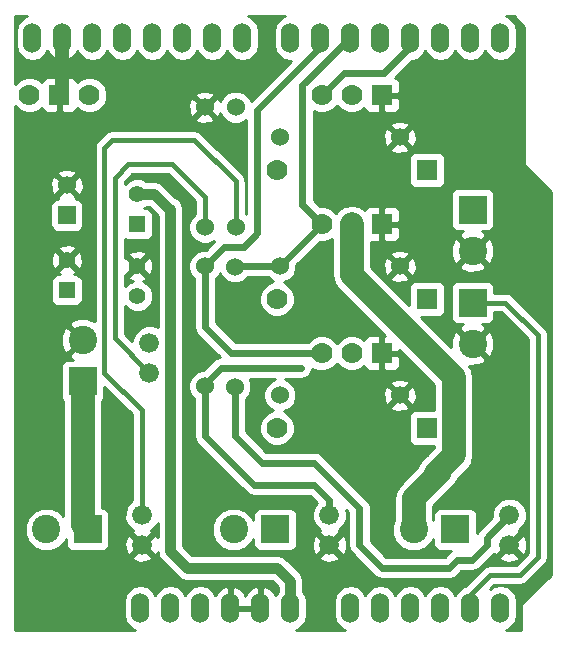
<source format=gtl>
G04 (created by PCBNEW (2013-07-07 BZR 4022)-stable) date 10/12/2014 6:36:12 PM*
%MOIN*%
G04 Gerber Fmt 3.4, Leading zero omitted, Abs format*
%FSLAX34Y34*%
G01*
G70*
G90*
G04 APERTURE LIST*
%ADD10C,0.00590551*%
%ADD11O,0.06X0.1*%
%ADD12C,0.06*%
%ADD13C,0.0944882*%
%ADD14R,0.0944882X0.0944882*%
%ADD15C,0.066*%
%ADD16C,0.07*%
%ADD17R,0.07X0.07*%
%ADD18R,0.06X0.06*%
%ADD19R,0.055X0.055*%
%ADD20C,0.055*%
%ADD21C,0.036*%
%ADD22C,0.048*%
%ADD23C,0.016*%
%ADD24C,0.024*%
%ADD25C,0.08*%
%ADD26C,0.01*%
G04 APERTURE END LIST*
G54D10*
G54D11*
X61450Y-50100D03*
X60450Y-50100D03*
X59450Y-50100D03*
X56450Y-50100D03*
X57450Y-50100D03*
X58450Y-50100D03*
X54450Y-50100D03*
X53450Y-50100D03*
X52450Y-50100D03*
X50450Y-50100D03*
X49450Y-50100D03*
X61450Y-31100D03*
X60450Y-31100D03*
X59450Y-31100D03*
X58450Y-31100D03*
X57450Y-31100D03*
X56450Y-31100D03*
X55450Y-31100D03*
X54450Y-31100D03*
X52850Y-31100D03*
X51850Y-31100D03*
X50850Y-31100D03*
X49850Y-31100D03*
X48850Y-31100D03*
X47850Y-31100D03*
X46850Y-31100D03*
X45850Y-31100D03*
X51450Y-50100D03*
G54D12*
X51600Y-38700D03*
X51600Y-42700D03*
X58100Y-43000D03*
X54100Y-43000D03*
X52625Y-33400D03*
X52625Y-37400D03*
X58100Y-38700D03*
X54100Y-38700D03*
X58100Y-34400D03*
X54100Y-34400D03*
X52600Y-38725D03*
X52600Y-42725D03*
G54D13*
X58561Y-47474D03*
G54D14*
X59938Y-47474D03*
G54D13*
X52561Y-47474D03*
G54D14*
X53938Y-47474D03*
G54D13*
X46311Y-47474D03*
G54D14*
X47688Y-47474D03*
G54D15*
X49500Y-47000D03*
X49500Y-48000D03*
X55750Y-47000D03*
X55750Y-48000D03*
X61750Y-47000D03*
X61750Y-48000D03*
G54D16*
X54000Y-35500D03*
G54D17*
X59000Y-35500D03*
G54D16*
X54000Y-44100D03*
G54D17*
X59000Y-44100D03*
G54D16*
X54000Y-39800D03*
G54D17*
X59000Y-39800D03*
G54D13*
X47525Y-41161D03*
G54D14*
X47525Y-42538D03*
G54D16*
X55500Y-33000D03*
X56500Y-33000D03*
G54D17*
X57500Y-33000D03*
G54D16*
X55500Y-41600D03*
X56500Y-41600D03*
G54D17*
X57500Y-41600D03*
G54D16*
X55500Y-37300D03*
X56500Y-37300D03*
G54D17*
X57500Y-37300D03*
G54D18*
X47000Y-37000D03*
G54D12*
X47000Y-36000D03*
G54D19*
X47000Y-39500D03*
G54D20*
X47000Y-38500D03*
X49350Y-39700D03*
X49350Y-38700D03*
G54D16*
X45750Y-33000D03*
G54D17*
X46750Y-33000D03*
G54D16*
X47750Y-33000D03*
G54D15*
X49750Y-41250D03*
X49750Y-42250D03*
G54D13*
X60524Y-41288D03*
G54D14*
X60524Y-39911D03*
G54D13*
X60524Y-38188D03*
G54D14*
X60524Y-36811D03*
G54D19*
X49350Y-37300D03*
G54D20*
X49350Y-36300D03*
G54D12*
X51600Y-37400D03*
X51600Y-33400D03*
G54D21*
X50450Y-46250D02*
X50450Y-48200D01*
X50400Y-36800D02*
X49900Y-36300D01*
X49350Y-36300D02*
X49900Y-36300D01*
X50450Y-46250D02*
X50450Y-36800D01*
X50450Y-36800D02*
X50400Y-36800D01*
X54450Y-49200D02*
X54450Y-50100D01*
X54000Y-48750D02*
X54450Y-49200D01*
X51000Y-48750D02*
X54000Y-48750D01*
X50450Y-48200D02*
X51000Y-48750D01*
G54D22*
X46850Y-31100D02*
X46850Y-32900D01*
X46850Y-32900D02*
X46750Y-33000D01*
G54D23*
X52625Y-37400D02*
X52625Y-35875D01*
X49500Y-43500D02*
X49500Y-47000D01*
X48250Y-42250D02*
X49500Y-43500D01*
X48250Y-34750D02*
X48250Y-42250D01*
X48500Y-34500D02*
X48250Y-34750D01*
X51250Y-34500D02*
X48500Y-34500D01*
X52625Y-35875D02*
X51250Y-34500D01*
G54D24*
X51600Y-42700D02*
X51600Y-44350D01*
X55750Y-46500D02*
X55750Y-47000D01*
X55250Y-46000D02*
X55750Y-46500D01*
X53250Y-46000D02*
X55250Y-46000D01*
X51600Y-44350D02*
X53250Y-46000D01*
X51600Y-42700D02*
X51600Y-42625D01*
X52125Y-42100D02*
X54800Y-42100D01*
X51600Y-42625D02*
X52125Y-42100D01*
X54100Y-38700D02*
X52625Y-38700D01*
X52625Y-38700D02*
X52600Y-38725D01*
X54100Y-38700D02*
X55500Y-37300D01*
X56450Y-31100D02*
X56425Y-31100D01*
X54850Y-36650D02*
X55500Y-37300D01*
X54850Y-32675D02*
X54850Y-36650D01*
X56425Y-31100D02*
X54850Y-32675D01*
G54D23*
X51600Y-37400D02*
X51600Y-36400D01*
X48600Y-41100D02*
X49750Y-42250D01*
X48600Y-35750D02*
X48600Y-41100D01*
X49050Y-35300D02*
X48600Y-35750D01*
X50500Y-35300D02*
X49050Y-35300D01*
X51600Y-36400D02*
X50500Y-35300D01*
G54D24*
X51600Y-38700D02*
X51600Y-40725D01*
X52475Y-41600D02*
X55500Y-41600D01*
X51600Y-40725D02*
X52475Y-41600D01*
X55450Y-31100D02*
X55450Y-31400D01*
X52250Y-38050D02*
X51600Y-38700D01*
X52900Y-38050D02*
X52250Y-38050D01*
X53350Y-37600D02*
X52900Y-38050D01*
X53350Y-33500D02*
X53350Y-37600D01*
X55450Y-31400D02*
X53350Y-33500D01*
X56275Y-32250D02*
X56250Y-32250D01*
X56250Y-32250D02*
X55500Y-33000D01*
X58450Y-31100D02*
X58450Y-31375D01*
X58450Y-31375D02*
X57575Y-32250D01*
X57575Y-32250D02*
X56275Y-32250D01*
X52600Y-42725D02*
X52600Y-44350D01*
X61000Y-47750D02*
X61750Y-47000D01*
X61000Y-48000D02*
X61000Y-47750D01*
X60500Y-48500D02*
X61000Y-48000D01*
X60000Y-48500D02*
X60500Y-48500D01*
X59750Y-48750D02*
X60000Y-48500D01*
X57500Y-48750D02*
X59750Y-48750D01*
X56750Y-48000D02*
X57500Y-48750D01*
X56750Y-46750D02*
X56750Y-48000D01*
X55250Y-45250D02*
X56750Y-46750D01*
X53500Y-45250D02*
X55250Y-45250D01*
X52600Y-44350D02*
X53500Y-45250D01*
X52650Y-42775D02*
X52600Y-42725D01*
G54D25*
X59450Y-45450D02*
X59450Y-45550D01*
X58561Y-46438D02*
X58561Y-47474D01*
X59450Y-45550D02*
X58561Y-46438D01*
X56500Y-39000D02*
X56500Y-37300D01*
X59900Y-42400D02*
X56500Y-39000D01*
X59900Y-45000D02*
X59900Y-42400D01*
X59311Y-45588D02*
X59450Y-45450D01*
X59450Y-45450D02*
X59900Y-45000D01*
G54D23*
X60450Y-50100D02*
X60450Y-49650D01*
X61611Y-39911D02*
X60524Y-39911D01*
X62700Y-41000D02*
X61611Y-39911D01*
X62700Y-48400D02*
X62700Y-41000D01*
X62100Y-49000D02*
X62700Y-48400D01*
X61100Y-49000D02*
X62100Y-49000D01*
X60450Y-49650D02*
X61100Y-49000D01*
G54D25*
X47525Y-42538D02*
X47525Y-47311D01*
X47525Y-47311D02*
X47688Y-47474D01*
G54D10*
G36*
X50020Y-40734D02*
X49879Y-40675D01*
X49879Y-38775D01*
X49868Y-38567D01*
X49810Y-38427D01*
X49717Y-38402D01*
X49647Y-38473D01*
X49647Y-38332D01*
X49622Y-38239D01*
X49425Y-38170D01*
X49217Y-38181D01*
X49077Y-38239D01*
X49052Y-38332D01*
X49350Y-38629D01*
X49647Y-38332D01*
X49647Y-38473D01*
X49420Y-38700D01*
X49717Y-38997D01*
X49810Y-38972D01*
X49879Y-38775D01*
X49879Y-40675D01*
X49865Y-40670D01*
X49635Y-40669D01*
X49421Y-40758D01*
X49258Y-40921D01*
X49170Y-41134D01*
X49170Y-41203D01*
X48930Y-40963D01*
X48930Y-40022D01*
X49052Y-40144D01*
X49245Y-40224D01*
X49453Y-40225D01*
X49647Y-40145D01*
X49794Y-39997D01*
X49874Y-39804D01*
X49875Y-39596D01*
X49795Y-39403D01*
X49647Y-39255D01*
X49521Y-39202D01*
X49622Y-39160D01*
X49647Y-39067D01*
X49350Y-38770D01*
X49052Y-39067D01*
X49077Y-39160D01*
X49187Y-39199D01*
X49053Y-39254D01*
X48930Y-39377D01*
X48930Y-38983D01*
X48982Y-38997D01*
X49279Y-38700D01*
X48982Y-38402D01*
X48930Y-38416D01*
X48930Y-37783D01*
X48933Y-37786D01*
X49025Y-37824D01*
X49124Y-37825D01*
X49674Y-37825D01*
X49766Y-37787D01*
X49836Y-37716D01*
X49874Y-37624D01*
X49875Y-37525D01*
X49875Y-36975D01*
X49837Y-36883D01*
X49766Y-36813D01*
X49674Y-36775D01*
X49575Y-36774D01*
X49575Y-36774D01*
X49647Y-36745D01*
X49662Y-36730D01*
X49721Y-36730D01*
X50020Y-37028D01*
X50020Y-40734D01*
X50020Y-40734D01*
G37*
G54D26*
X50020Y-40734D02*
X49879Y-40675D01*
X49879Y-38775D01*
X49868Y-38567D01*
X49810Y-38427D01*
X49717Y-38402D01*
X49647Y-38473D01*
X49647Y-38332D01*
X49622Y-38239D01*
X49425Y-38170D01*
X49217Y-38181D01*
X49077Y-38239D01*
X49052Y-38332D01*
X49350Y-38629D01*
X49647Y-38332D01*
X49647Y-38473D01*
X49420Y-38700D01*
X49717Y-38997D01*
X49810Y-38972D01*
X49879Y-38775D01*
X49879Y-40675D01*
X49865Y-40670D01*
X49635Y-40669D01*
X49421Y-40758D01*
X49258Y-40921D01*
X49170Y-41134D01*
X49170Y-41203D01*
X48930Y-40963D01*
X48930Y-40022D01*
X49052Y-40144D01*
X49245Y-40224D01*
X49453Y-40225D01*
X49647Y-40145D01*
X49794Y-39997D01*
X49874Y-39804D01*
X49875Y-39596D01*
X49795Y-39403D01*
X49647Y-39255D01*
X49521Y-39202D01*
X49622Y-39160D01*
X49647Y-39067D01*
X49350Y-38770D01*
X49052Y-39067D01*
X49077Y-39160D01*
X49187Y-39199D01*
X49053Y-39254D01*
X48930Y-39377D01*
X48930Y-38983D01*
X48982Y-38997D01*
X49279Y-38700D01*
X48982Y-38402D01*
X48930Y-38416D01*
X48930Y-37783D01*
X48933Y-37786D01*
X49025Y-37824D01*
X49124Y-37825D01*
X49674Y-37825D01*
X49766Y-37787D01*
X49836Y-37716D01*
X49874Y-37624D01*
X49875Y-37525D01*
X49875Y-36975D01*
X49837Y-36883D01*
X49766Y-36813D01*
X49674Y-36775D01*
X49575Y-36774D01*
X49575Y-36774D01*
X49647Y-36745D01*
X49662Y-36730D01*
X49721Y-36730D01*
X50020Y-37028D01*
X50020Y-40734D01*
G54D10*
G36*
X54465Y-31861D02*
X53134Y-33192D01*
X53091Y-33088D01*
X52936Y-32934D01*
X52734Y-32850D01*
X52516Y-32849D01*
X52313Y-32933D01*
X52159Y-33088D01*
X52115Y-33193D01*
X52081Y-33112D01*
X51985Y-33084D01*
X51915Y-33155D01*
X51915Y-33014D01*
X51887Y-32918D01*
X51681Y-32845D01*
X51463Y-32856D01*
X51312Y-32918D01*
X51284Y-33014D01*
X51600Y-33329D01*
X51915Y-33014D01*
X51915Y-33155D01*
X51670Y-33400D01*
X51985Y-33715D01*
X52081Y-33687D01*
X52112Y-33600D01*
X52158Y-33711D01*
X52313Y-33865D01*
X52515Y-33949D01*
X52733Y-33950D01*
X52936Y-33866D01*
X52980Y-33822D01*
X52980Y-36977D01*
X52955Y-36952D01*
X52955Y-35875D01*
X52954Y-35874D01*
X52955Y-35874D01*
X52950Y-35849D01*
X52929Y-35748D01*
X52929Y-35748D01*
X52858Y-35641D01*
X52858Y-35641D01*
X51915Y-34698D01*
X51915Y-33785D01*
X51600Y-33470D01*
X51529Y-33541D01*
X51529Y-33400D01*
X51214Y-33084D01*
X51118Y-33112D01*
X51045Y-33318D01*
X51056Y-33536D01*
X51118Y-33687D01*
X51214Y-33715D01*
X51529Y-33400D01*
X51529Y-33541D01*
X51284Y-33785D01*
X51312Y-33881D01*
X51518Y-33954D01*
X51736Y-33943D01*
X51887Y-33881D01*
X51915Y-33785D01*
X51915Y-34698D01*
X51483Y-34266D01*
X51376Y-34195D01*
X51250Y-34170D01*
X48500Y-34170D01*
X48373Y-34195D01*
X48350Y-34210D01*
X48350Y-32881D01*
X48258Y-32660D01*
X48090Y-32491D01*
X47869Y-32400D01*
X47631Y-32399D01*
X47410Y-32491D01*
X47335Y-32565D01*
X47312Y-32508D01*
X47241Y-32438D01*
X47149Y-32400D01*
X47050Y-32399D01*
X46862Y-32400D01*
X46800Y-32462D01*
X46800Y-32950D01*
X46807Y-32950D01*
X46807Y-33050D01*
X46800Y-33050D01*
X46800Y-33537D01*
X46862Y-33600D01*
X47050Y-33600D01*
X47149Y-33599D01*
X47241Y-33561D01*
X47312Y-33491D01*
X47335Y-33434D01*
X47409Y-33508D01*
X47630Y-33599D01*
X47868Y-33600D01*
X48089Y-33508D01*
X48258Y-33340D01*
X48349Y-33119D01*
X48350Y-32881D01*
X48350Y-34210D01*
X48266Y-34266D01*
X48266Y-34266D01*
X48016Y-34516D01*
X47945Y-34623D01*
X47920Y-34750D01*
X47920Y-40543D01*
X47917Y-40537D01*
X47648Y-40434D01*
X47554Y-40437D01*
X47554Y-36081D01*
X47543Y-35863D01*
X47481Y-35712D01*
X47385Y-35684D01*
X47315Y-35755D01*
X47315Y-35614D01*
X47287Y-35518D01*
X47081Y-35445D01*
X46863Y-35456D01*
X46712Y-35518D01*
X46684Y-35614D01*
X47000Y-35929D01*
X47315Y-35614D01*
X47315Y-35755D01*
X47070Y-36000D01*
X47385Y-36315D01*
X47481Y-36287D01*
X47554Y-36081D01*
X47554Y-40437D01*
X47550Y-40437D01*
X47550Y-37250D01*
X47550Y-36650D01*
X47512Y-36558D01*
X47441Y-36488D01*
X47349Y-36450D01*
X47296Y-36449D01*
X47315Y-36385D01*
X47000Y-36070D01*
X46929Y-36141D01*
X46929Y-36000D01*
X46614Y-35684D01*
X46518Y-35712D01*
X46445Y-35918D01*
X46456Y-36136D01*
X46518Y-36287D01*
X46614Y-36315D01*
X46929Y-36000D01*
X46929Y-36141D01*
X46684Y-36385D01*
X46703Y-36449D01*
X46650Y-36449D01*
X46558Y-36487D01*
X46488Y-36558D01*
X46450Y-36650D01*
X46449Y-36749D01*
X46449Y-37349D01*
X46487Y-37441D01*
X46558Y-37511D01*
X46650Y-37549D01*
X46749Y-37550D01*
X47349Y-37550D01*
X47441Y-37512D01*
X47511Y-37441D01*
X47549Y-37349D01*
X47550Y-37250D01*
X47550Y-40437D01*
X47529Y-40438D01*
X47529Y-38575D01*
X47518Y-38367D01*
X47460Y-38227D01*
X47367Y-38202D01*
X47297Y-38273D01*
X47297Y-38132D01*
X47272Y-38039D01*
X47075Y-37970D01*
X46867Y-37981D01*
X46727Y-38039D01*
X46702Y-38132D01*
X47000Y-38429D01*
X47297Y-38132D01*
X47297Y-38273D01*
X47070Y-38500D01*
X47367Y-38797D01*
X47460Y-38772D01*
X47529Y-38575D01*
X47529Y-40438D01*
X47525Y-40438D01*
X47525Y-39725D01*
X47525Y-39175D01*
X47487Y-39083D01*
X47416Y-39013D01*
X47324Y-38975D01*
X47237Y-38974D01*
X47272Y-38960D01*
X47297Y-38867D01*
X47000Y-38570D01*
X46929Y-38641D01*
X46929Y-38500D01*
X46632Y-38202D01*
X46539Y-38227D01*
X46470Y-38424D01*
X46481Y-38632D01*
X46539Y-38772D01*
X46632Y-38797D01*
X46929Y-38500D01*
X46929Y-38641D01*
X46702Y-38867D01*
X46727Y-38960D01*
X46768Y-38974D01*
X46675Y-38974D01*
X46583Y-39012D01*
X46513Y-39083D01*
X46475Y-39175D01*
X46474Y-39274D01*
X46474Y-39824D01*
X46512Y-39916D01*
X46583Y-39986D01*
X46675Y-40024D01*
X46774Y-40025D01*
X47324Y-40025D01*
X47416Y-39987D01*
X47486Y-39916D01*
X47524Y-39824D01*
X47525Y-39725D01*
X47525Y-40438D01*
X47361Y-40442D01*
X47134Y-40537D01*
X47085Y-40650D01*
X47525Y-41090D01*
X47531Y-41084D01*
X47601Y-41155D01*
X47596Y-41161D01*
X47601Y-41166D01*
X47531Y-41237D01*
X47525Y-41231D01*
X47454Y-41302D01*
X47454Y-41161D01*
X47014Y-40721D01*
X46901Y-40769D01*
X46799Y-41038D01*
X46807Y-41325D01*
X46901Y-41552D01*
X47014Y-41601D01*
X47454Y-41161D01*
X47454Y-41302D01*
X47085Y-41671D01*
X47134Y-41784D01*
X47216Y-41816D01*
X47003Y-41816D01*
X46911Y-41854D01*
X46841Y-41924D01*
X46803Y-42016D01*
X46803Y-42116D01*
X46803Y-43060D01*
X46841Y-43152D01*
X46875Y-43187D01*
X46875Y-47017D01*
X46720Y-46862D01*
X46455Y-46752D01*
X46167Y-46751D01*
X45902Y-46861D01*
X45698Y-47064D01*
X45588Y-47330D01*
X45588Y-47617D01*
X45698Y-47883D01*
X45901Y-48086D01*
X46166Y-48196D01*
X46454Y-48196D01*
X46719Y-48087D01*
X46923Y-47884D01*
X46966Y-47779D01*
X46966Y-47996D01*
X47004Y-48088D01*
X47074Y-48158D01*
X47166Y-48196D01*
X47266Y-48196D01*
X48210Y-48196D01*
X48302Y-48158D01*
X48373Y-48088D01*
X48411Y-47996D01*
X48411Y-47897D01*
X48411Y-46952D01*
X48373Y-46860D01*
X48303Y-46790D01*
X48211Y-46752D01*
X48175Y-46751D01*
X48175Y-43187D01*
X48209Y-43153D01*
X48247Y-43061D01*
X48248Y-42961D01*
X48248Y-42714D01*
X49170Y-43636D01*
X49170Y-46509D01*
X49008Y-46671D01*
X48920Y-46884D01*
X48919Y-47114D01*
X49008Y-47328D01*
X49171Y-47491D01*
X49192Y-47500D01*
X49163Y-47592D01*
X49500Y-47929D01*
X49836Y-47592D01*
X49807Y-47500D01*
X49828Y-47491D01*
X49991Y-47328D01*
X50020Y-47260D01*
X50020Y-47727D01*
X50006Y-47694D01*
X49907Y-47663D01*
X49570Y-48000D01*
X49907Y-48336D01*
X50006Y-48305D01*
X50028Y-48243D01*
X50052Y-48364D01*
X50145Y-48504D01*
X50695Y-49054D01*
X50835Y-49147D01*
X51000Y-49180D01*
X53821Y-49180D01*
X54020Y-49378D01*
X54020Y-49557D01*
X53946Y-49668D01*
X53938Y-49643D01*
X53803Y-49475D01*
X53614Y-49372D01*
X53585Y-49366D01*
X53500Y-49415D01*
X53500Y-50050D01*
X53507Y-50050D01*
X53507Y-50150D01*
X53500Y-50150D01*
X53500Y-50157D01*
X53400Y-50157D01*
X53400Y-50150D01*
X53400Y-50050D01*
X53400Y-49415D01*
X53314Y-49366D01*
X53285Y-49372D01*
X53096Y-49475D01*
X52961Y-49643D01*
X52950Y-49680D01*
X52938Y-49643D01*
X52803Y-49475D01*
X52614Y-49372D01*
X52585Y-49366D01*
X52500Y-49415D01*
X52500Y-50050D01*
X52900Y-50050D01*
X53000Y-50050D01*
X53400Y-50050D01*
X53400Y-50150D01*
X53000Y-50150D01*
X52900Y-50150D01*
X52500Y-50150D01*
X52500Y-50157D01*
X52400Y-50157D01*
X52400Y-50150D01*
X52392Y-50150D01*
X52392Y-50050D01*
X52400Y-50050D01*
X52400Y-49415D01*
X52314Y-49366D01*
X52285Y-49372D01*
X52096Y-49475D01*
X51961Y-49643D01*
X51953Y-49668D01*
X51838Y-49496D01*
X51660Y-49377D01*
X51450Y-49335D01*
X51239Y-49377D01*
X51061Y-49496D01*
X50950Y-49662D01*
X50838Y-49496D01*
X50660Y-49377D01*
X50450Y-49335D01*
X50239Y-49377D01*
X50061Y-49496D01*
X49950Y-49662D01*
X49838Y-49496D01*
X49836Y-49495D01*
X49836Y-48407D01*
X49500Y-48070D01*
X49429Y-48141D01*
X49429Y-48000D01*
X49092Y-47663D01*
X48993Y-47694D01*
X48915Y-47911D01*
X48925Y-48141D01*
X48993Y-48305D01*
X49092Y-48336D01*
X49429Y-48000D01*
X49429Y-48141D01*
X49163Y-48407D01*
X49194Y-48506D01*
X49411Y-48584D01*
X49641Y-48574D01*
X49805Y-48506D01*
X49836Y-48407D01*
X49836Y-49495D01*
X49660Y-49377D01*
X49450Y-49335D01*
X49239Y-49377D01*
X49061Y-49496D01*
X48941Y-49674D01*
X48900Y-49885D01*
X48900Y-50314D01*
X48941Y-50525D01*
X49061Y-50703D01*
X49239Y-50822D01*
X49277Y-50830D01*
X45269Y-50830D01*
X45269Y-33368D01*
X45409Y-33508D01*
X45630Y-33599D01*
X45868Y-33600D01*
X46089Y-33508D01*
X46164Y-33434D01*
X46187Y-33491D01*
X46258Y-33561D01*
X46350Y-33599D01*
X46449Y-33600D01*
X46637Y-33600D01*
X46700Y-33537D01*
X46700Y-33050D01*
X46692Y-33050D01*
X46692Y-32950D01*
X46700Y-32950D01*
X46700Y-32462D01*
X46637Y-32400D01*
X46449Y-32399D01*
X46350Y-32400D01*
X46258Y-32438D01*
X46187Y-32508D01*
X46164Y-32565D01*
X46090Y-32491D01*
X45869Y-32400D01*
X45631Y-32399D01*
X45410Y-32491D01*
X45269Y-32631D01*
X45269Y-30369D01*
X45677Y-30369D01*
X45639Y-30377D01*
X45461Y-30496D01*
X45341Y-30674D01*
X45300Y-30885D01*
X45300Y-31314D01*
X45341Y-31525D01*
X45461Y-31703D01*
X45639Y-31822D01*
X45850Y-31864D01*
X46060Y-31822D01*
X46238Y-31703D01*
X46353Y-31531D01*
X46361Y-31556D01*
X46496Y-31724D01*
X46685Y-31827D01*
X46714Y-31833D01*
X46800Y-31784D01*
X46800Y-31150D01*
X46792Y-31150D01*
X46792Y-31050D01*
X46800Y-31050D01*
X46800Y-31042D01*
X46900Y-31042D01*
X46900Y-31050D01*
X46907Y-31050D01*
X46907Y-31150D01*
X46900Y-31150D01*
X46900Y-31784D01*
X46985Y-31833D01*
X47014Y-31827D01*
X47203Y-31724D01*
X47338Y-31556D01*
X47346Y-31531D01*
X47461Y-31703D01*
X47639Y-31822D01*
X47850Y-31864D01*
X48060Y-31822D01*
X48238Y-31703D01*
X48350Y-31537D01*
X48461Y-31703D01*
X48639Y-31822D01*
X48850Y-31864D01*
X49060Y-31822D01*
X49238Y-31703D01*
X49350Y-31537D01*
X49461Y-31703D01*
X49639Y-31822D01*
X49850Y-31864D01*
X50060Y-31822D01*
X50238Y-31703D01*
X50350Y-31537D01*
X50461Y-31703D01*
X50639Y-31822D01*
X50850Y-31864D01*
X51060Y-31822D01*
X51238Y-31703D01*
X51350Y-31537D01*
X51461Y-31703D01*
X51639Y-31822D01*
X51850Y-31864D01*
X52060Y-31822D01*
X52238Y-31703D01*
X52350Y-31537D01*
X52461Y-31703D01*
X52639Y-31822D01*
X52850Y-31864D01*
X53060Y-31822D01*
X53238Y-31703D01*
X53358Y-31525D01*
X53400Y-31314D01*
X53400Y-30885D01*
X53358Y-30674D01*
X53238Y-30496D01*
X53060Y-30377D01*
X53022Y-30369D01*
X54277Y-30369D01*
X54239Y-30377D01*
X54061Y-30496D01*
X53941Y-30674D01*
X53900Y-30885D01*
X53900Y-31314D01*
X53941Y-31525D01*
X54061Y-31703D01*
X54239Y-31822D01*
X54450Y-31864D01*
X54465Y-31861D01*
X54465Y-31861D01*
G37*
G54D26*
X54465Y-31861D02*
X53134Y-33192D01*
X53091Y-33088D01*
X52936Y-32934D01*
X52734Y-32850D01*
X52516Y-32849D01*
X52313Y-32933D01*
X52159Y-33088D01*
X52115Y-33193D01*
X52081Y-33112D01*
X51985Y-33084D01*
X51915Y-33155D01*
X51915Y-33014D01*
X51887Y-32918D01*
X51681Y-32845D01*
X51463Y-32856D01*
X51312Y-32918D01*
X51284Y-33014D01*
X51600Y-33329D01*
X51915Y-33014D01*
X51915Y-33155D01*
X51670Y-33400D01*
X51985Y-33715D01*
X52081Y-33687D01*
X52112Y-33600D01*
X52158Y-33711D01*
X52313Y-33865D01*
X52515Y-33949D01*
X52733Y-33950D01*
X52936Y-33866D01*
X52980Y-33822D01*
X52980Y-36977D01*
X52955Y-36952D01*
X52955Y-35875D01*
X52954Y-35874D01*
X52955Y-35874D01*
X52950Y-35849D01*
X52929Y-35748D01*
X52929Y-35748D01*
X52858Y-35641D01*
X52858Y-35641D01*
X51915Y-34698D01*
X51915Y-33785D01*
X51600Y-33470D01*
X51529Y-33541D01*
X51529Y-33400D01*
X51214Y-33084D01*
X51118Y-33112D01*
X51045Y-33318D01*
X51056Y-33536D01*
X51118Y-33687D01*
X51214Y-33715D01*
X51529Y-33400D01*
X51529Y-33541D01*
X51284Y-33785D01*
X51312Y-33881D01*
X51518Y-33954D01*
X51736Y-33943D01*
X51887Y-33881D01*
X51915Y-33785D01*
X51915Y-34698D01*
X51483Y-34266D01*
X51376Y-34195D01*
X51250Y-34170D01*
X48500Y-34170D01*
X48373Y-34195D01*
X48350Y-34210D01*
X48350Y-32881D01*
X48258Y-32660D01*
X48090Y-32491D01*
X47869Y-32400D01*
X47631Y-32399D01*
X47410Y-32491D01*
X47335Y-32565D01*
X47312Y-32508D01*
X47241Y-32438D01*
X47149Y-32400D01*
X47050Y-32399D01*
X46862Y-32400D01*
X46800Y-32462D01*
X46800Y-32950D01*
X46807Y-32950D01*
X46807Y-33050D01*
X46800Y-33050D01*
X46800Y-33537D01*
X46862Y-33600D01*
X47050Y-33600D01*
X47149Y-33599D01*
X47241Y-33561D01*
X47312Y-33491D01*
X47335Y-33434D01*
X47409Y-33508D01*
X47630Y-33599D01*
X47868Y-33600D01*
X48089Y-33508D01*
X48258Y-33340D01*
X48349Y-33119D01*
X48350Y-32881D01*
X48350Y-34210D01*
X48266Y-34266D01*
X48266Y-34266D01*
X48016Y-34516D01*
X47945Y-34623D01*
X47920Y-34750D01*
X47920Y-40543D01*
X47917Y-40537D01*
X47648Y-40434D01*
X47554Y-40437D01*
X47554Y-36081D01*
X47543Y-35863D01*
X47481Y-35712D01*
X47385Y-35684D01*
X47315Y-35755D01*
X47315Y-35614D01*
X47287Y-35518D01*
X47081Y-35445D01*
X46863Y-35456D01*
X46712Y-35518D01*
X46684Y-35614D01*
X47000Y-35929D01*
X47315Y-35614D01*
X47315Y-35755D01*
X47070Y-36000D01*
X47385Y-36315D01*
X47481Y-36287D01*
X47554Y-36081D01*
X47554Y-40437D01*
X47550Y-40437D01*
X47550Y-37250D01*
X47550Y-36650D01*
X47512Y-36558D01*
X47441Y-36488D01*
X47349Y-36450D01*
X47296Y-36449D01*
X47315Y-36385D01*
X47000Y-36070D01*
X46929Y-36141D01*
X46929Y-36000D01*
X46614Y-35684D01*
X46518Y-35712D01*
X46445Y-35918D01*
X46456Y-36136D01*
X46518Y-36287D01*
X46614Y-36315D01*
X46929Y-36000D01*
X46929Y-36141D01*
X46684Y-36385D01*
X46703Y-36449D01*
X46650Y-36449D01*
X46558Y-36487D01*
X46488Y-36558D01*
X46450Y-36650D01*
X46449Y-36749D01*
X46449Y-37349D01*
X46487Y-37441D01*
X46558Y-37511D01*
X46650Y-37549D01*
X46749Y-37550D01*
X47349Y-37550D01*
X47441Y-37512D01*
X47511Y-37441D01*
X47549Y-37349D01*
X47550Y-37250D01*
X47550Y-40437D01*
X47529Y-40438D01*
X47529Y-38575D01*
X47518Y-38367D01*
X47460Y-38227D01*
X47367Y-38202D01*
X47297Y-38273D01*
X47297Y-38132D01*
X47272Y-38039D01*
X47075Y-37970D01*
X46867Y-37981D01*
X46727Y-38039D01*
X46702Y-38132D01*
X47000Y-38429D01*
X47297Y-38132D01*
X47297Y-38273D01*
X47070Y-38500D01*
X47367Y-38797D01*
X47460Y-38772D01*
X47529Y-38575D01*
X47529Y-40438D01*
X47525Y-40438D01*
X47525Y-39725D01*
X47525Y-39175D01*
X47487Y-39083D01*
X47416Y-39013D01*
X47324Y-38975D01*
X47237Y-38974D01*
X47272Y-38960D01*
X47297Y-38867D01*
X47000Y-38570D01*
X46929Y-38641D01*
X46929Y-38500D01*
X46632Y-38202D01*
X46539Y-38227D01*
X46470Y-38424D01*
X46481Y-38632D01*
X46539Y-38772D01*
X46632Y-38797D01*
X46929Y-38500D01*
X46929Y-38641D01*
X46702Y-38867D01*
X46727Y-38960D01*
X46768Y-38974D01*
X46675Y-38974D01*
X46583Y-39012D01*
X46513Y-39083D01*
X46475Y-39175D01*
X46474Y-39274D01*
X46474Y-39824D01*
X46512Y-39916D01*
X46583Y-39986D01*
X46675Y-40024D01*
X46774Y-40025D01*
X47324Y-40025D01*
X47416Y-39987D01*
X47486Y-39916D01*
X47524Y-39824D01*
X47525Y-39725D01*
X47525Y-40438D01*
X47361Y-40442D01*
X47134Y-40537D01*
X47085Y-40650D01*
X47525Y-41090D01*
X47531Y-41084D01*
X47601Y-41155D01*
X47596Y-41161D01*
X47601Y-41166D01*
X47531Y-41237D01*
X47525Y-41231D01*
X47454Y-41302D01*
X47454Y-41161D01*
X47014Y-40721D01*
X46901Y-40769D01*
X46799Y-41038D01*
X46807Y-41325D01*
X46901Y-41552D01*
X47014Y-41601D01*
X47454Y-41161D01*
X47454Y-41302D01*
X47085Y-41671D01*
X47134Y-41784D01*
X47216Y-41816D01*
X47003Y-41816D01*
X46911Y-41854D01*
X46841Y-41924D01*
X46803Y-42016D01*
X46803Y-42116D01*
X46803Y-43060D01*
X46841Y-43152D01*
X46875Y-43187D01*
X46875Y-47017D01*
X46720Y-46862D01*
X46455Y-46752D01*
X46167Y-46751D01*
X45902Y-46861D01*
X45698Y-47064D01*
X45588Y-47330D01*
X45588Y-47617D01*
X45698Y-47883D01*
X45901Y-48086D01*
X46166Y-48196D01*
X46454Y-48196D01*
X46719Y-48087D01*
X46923Y-47884D01*
X46966Y-47779D01*
X46966Y-47996D01*
X47004Y-48088D01*
X47074Y-48158D01*
X47166Y-48196D01*
X47266Y-48196D01*
X48210Y-48196D01*
X48302Y-48158D01*
X48373Y-48088D01*
X48411Y-47996D01*
X48411Y-47897D01*
X48411Y-46952D01*
X48373Y-46860D01*
X48303Y-46790D01*
X48211Y-46752D01*
X48175Y-46751D01*
X48175Y-43187D01*
X48209Y-43153D01*
X48247Y-43061D01*
X48248Y-42961D01*
X48248Y-42714D01*
X49170Y-43636D01*
X49170Y-46509D01*
X49008Y-46671D01*
X48920Y-46884D01*
X48919Y-47114D01*
X49008Y-47328D01*
X49171Y-47491D01*
X49192Y-47500D01*
X49163Y-47592D01*
X49500Y-47929D01*
X49836Y-47592D01*
X49807Y-47500D01*
X49828Y-47491D01*
X49991Y-47328D01*
X50020Y-47260D01*
X50020Y-47727D01*
X50006Y-47694D01*
X49907Y-47663D01*
X49570Y-48000D01*
X49907Y-48336D01*
X50006Y-48305D01*
X50028Y-48243D01*
X50052Y-48364D01*
X50145Y-48504D01*
X50695Y-49054D01*
X50835Y-49147D01*
X51000Y-49180D01*
X53821Y-49180D01*
X54020Y-49378D01*
X54020Y-49557D01*
X53946Y-49668D01*
X53938Y-49643D01*
X53803Y-49475D01*
X53614Y-49372D01*
X53585Y-49366D01*
X53500Y-49415D01*
X53500Y-50050D01*
X53507Y-50050D01*
X53507Y-50150D01*
X53500Y-50150D01*
X53500Y-50157D01*
X53400Y-50157D01*
X53400Y-50150D01*
X53400Y-50050D01*
X53400Y-49415D01*
X53314Y-49366D01*
X53285Y-49372D01*
X53096Y-49475D01*
X52961Y-49643D01*
X52950Y-49680D01*
X52938Y-49643D01*
X52803Y-49475D01*
X52614Y-49372D01*
X52585Y-49366D01*
X52500Y-49415D01*
X52500Y-50050D01*
X52900Y-50050D01*
X53000Y-50050D01*
X53400Y-50050D01*
X53400Y-50150D01*
X53000Y-50150D01*
X52900Y-50150D01*
X52500Y-50150D01*
X52500Y-50157D01*
X52400Y-50157D01*
X52400Y-50150D01*
X52392Y-50150D01*
X52392Y-50050D01*
X52400Y-50050D01*
X52400Y-49415D01*
X52314Y-49366D01*
X52285Y-49372D01*
X52096Y-49475D01*
X51961Y-49643D01*
X51953Y-49668D01*
X51838Y-49496D01*
X51660Y-49377D01*
X51450Y-49335D01*
X51239Y-49377D01*
X51061Y-49496D01*
X50950Y-49662D01*
X50838Y-49496D01*
X50660Y-49377D01*
X50450Y-49335D01*
X50239Y-49377D01*
X50061Y-49496D01*
X49950Y-49662D01*
X49838Y-49496D01*
X49836Y-49495D01*
X49836Y-48407D01*
X49500Y-48070D01*
X49429Y-48141D01*
X49429Y-48000D01*
X49092Y-47663D01*
X48993Y-47694D01*
X48915Y-47911D01*
X48925Y-48141D01*
X48993Y-48305D01*
X49092Y-48336D01*
X49429Y-48000D01*
X49429Y-48141D01*
X49163Y-48407D01*
X49194Y-48506D01*
X49411Y-48584D01*
X49641Y-48574D01*
X49805Y-48506D01*
X49836Y-48407D01*
X49836Y-49495D01*
X49660Y-49377D01*
X49450Y-49335D01*
X49239Y-49377D01*
X49061Y-49496D01*
X48941Y-49674D01*
X48900Y-49885D01*
X48900Y-50314D01*
X48941Y-50525D01*
X49061Y-50703D01*
X49239Y-50822D01*
X49277Y-50830D01*
X45269Y-50830D01*
X45269Y-33368D01*
X45409Y-33508D01*
X45630Y-33599D01*
X45868Y-33600D01*
X46089Y-33508D01*
X46164Y-33434D01*
X46187Y-33491D01*
X46258Y-33561D01*
X46350Y-33599D01*
X46449Y-33600D01*
X46637Y-33600D01*
X46700Y-33537D01*
X46700Y-33050D01*
X46692Y-33050D01*
X46692Y-32950D01*
X46700Y-32950D01*
X46700Y-32462D01*
X46637Y-32400D01*
X46449Y-32399D01*
X46350Y-32400D01*
X46258Y-32438D01*
X46187Y-32508D01*
X46164Y-32565D01*
X46090Y-32491D01*
X45869Y-32400D01*
X45631Y-32399D01*
X45410Y-32491D01*
X45269Y-32631D01*
X45269Y-30369D01*
X45677Y-30369D01*
X45639Y-30377D01*
X45461Y-30496D01*
X45341Y-30674D01*
X45300Y-30885D01*
X45300Y-31314D01*
X45341Y-31525D01*
X45461Y-31703D01*
X45639Y-31822D01*
X45850Y-31864D01*
X46060Y-31822D01*
X46238Y-31703D01*
X46353Y-31531D01*
X46361Y-31556D01*
X46496Y-31724D01*
X46685Y-31827D01*
X46714Y-31833D01*
X46800Y-31784D01*
X46800Y-31150D01*
X46792Y-31150D01*
X46792Y-31050D01*
X46800Y-31050D01*
X46800Y-31042D01*
X46900Y-31042D01*
X46900Y-31050D01*
X46907Y-31050D01*
X46907Y-31150D01*
X46900Y-31150D01*
X46900Y-31784D01*
X46985Y-31833D01*
X47014Y-31827D01*
X47203Y-31724D01*
X47338Y-31556D01*
X47346Y-31531D01*
X47461Y-31703D01*
X47639Y-31822D01*
X47850Y-31864D01*
X48060Y-31822D01*
X48238Y-31703D01*
X48350Y-31537D01*
X48461Y-31703D01*
X48639Y-31822D01*
X48850Y-31864D01*
X49060Y-31822D01*
X49238Y-31703D01*
X49350Y-31537D01*
X49461Y-31703D01*
X49639Y-31822D01*
X49850Y-31864D01*
X50060Y-31822D01*
X50238Y-31703D01*
X50350Y-31537D01*
X50461Y-31703D01*
X50639Y-31822D01*
X50850Y-31864D01*
X51060Y-31822D01*
X51238Y-31703D01*
X51350Y-31537D01*
X51461Y-31703D01*
X51639Y-31822D01*
X51850Y-31864D01*
X52060Y-31822D01*
X52238Y-31703D01*
X52350Y-31537D01*
X52461Y-31703D01*
X52639Y-31822D01*
X52850Y-31864D01*
X53060Y-31822D01*
X53238Y-31703D01*
X53358Y-31525D01*
X53400Y-31314D01*
X53400Y-30885D01*
X53358Y-30674D01*
X53238Y-30496D01*
X53060Y-30377D01*
X53022Y-30369D01*
X54277Y-30369D01*
X54239Y-30377D01*
X54061Y-30496D01*
X53941Y-30674D01*
X53900Y-30885D01*
X53900Y-31314D01*
X53941Y-31525D01*
X54061Y-31703D01*
X54239Y-31822D01*
X54450Y-31864D01*
X54465Y-31861D01*
G54D10*
G36*
X59800Y-48196D02*
X59738Y-48238D01*
X59596Y-48380D01*
X57653Y-48380D01*
X57120Y-47846D01*
X57120Y-46750D01*
X57091Y-46608D01*
X57011Y-46488D01*
X57011Y-46488D01*
X55511Y-44988D01*
X55391Y-44908D01*
X55250Y-44880D01*
X53653Y-44880D01*
X52970Y-44196D01*
X52970Y-43132D01*
X53065Y-43036D01*
X53149Y-42834D01*
X53150Y-42616D01*
X53089Y-42470D01*
X53942Y-42470D01*
X53788Y-42533D01*
X53634Y-42688D01*
X53550Y-42890D01*
X53549Y-43108D01*
X53633Y-43311D01*
X53788Y-43465D01*
X53875Y-43502D01*
X53660Y-43591D01*
X53491Y-43759D01*
X53400Y-43980D01*
X53399Y-44218D01*
X53491Y-44439D01*
X53659Y-44608D01*
X53880Y-44699D01*
X54118Y-44700D01*
X54339Y-44608D01*
X54508Y-44440D01*
X54599Y-44219D01*
X54600Y-43981D01*
X54508Y-43760D01*
X54340Y-43591D01*
X54224Y-43543D01*
X54411Y-43466D01*
X54565Y-43311D01*
X54649Y-43109D01*
X54650Y-42891D01*
X54566Y-42688D01*
X54411Y-42534D01*
X54257Y-42470D01*
X54800Y-42470D01*
X54941Y-42441D01*
X55061Y-42361D01*
X55141Y-42241D01*
X55167Y-42111D01*
X55380Y-42199D01*
X55618Y-42200D01*
X55839Y-42108D01*
X56000Y-41948D01*
X56159Y-42108D01*
X56380Y-42199D01*
X56618Y-42200D01*
X56839Y-42108D01*
X56914Y-42034D01*
X56937Y-42091D01*
X57008Y-42161D01*
X57100Y-42199D01*
X57199Y-42200D01*
X57387Y-42200D01*
X57450Y-42137D01*
X57450Y-41650D01*
X57442Y-41650D01*
X57442Y-41550D01*
X57450Y-41550D01*
X57450Y-41062D01*
X57387Y-41000D01*
X57199Y-40999D01*
X57100Y-41000D01*
X57008Y-41038D01*
X56937Y-41108D01*
X56914Y-41165D01*
X56840Y-41091D01*
X56619Y-41000D01*
X56381Y-40999D01*
X56160Y-41091D01*
X55999Y-41251D01*
X55840Y-41091D01*
X55619Y-41000D01*
X55381Y-40999D01*
X55160Y-41091D01*
X55021Y-41230D01*
X52628Y-41230D01*
X51970Y-40571D01*
X51970Y-39107D01*
X52065Y-39011D01*
X52094Y-38942D01*
X52133Y-39036D01*
X52288Y-39190D01*
X52490Y-39274D01*
X52708Y-39275D01*
X52911Y-39191D01*
X53032Y-39070D01*
X53692Y-39070D01*
X53788Y-39165D01*
X53875Y-39202D01*
X53660Y-39291D01*
X53491Y-39459D01*
X53400Y-39680D01*
X53399Y-39918D01*
X53491Y-40139D01*
X53659Y-40308D01*
X53880Y-40399D01*
X54118Y-40400D01*
X54339Y-40308D01*
X54508Y-40140D01*
X54599Y-39919D01*
X54600Y-39681D01*
X54508Y-39460D01*
X54340Y-39291D01*
X54224Y-39243D01*
X54411Y-39166D01*
X54565Y-39011D01*
X54649Y-38809D01*
X54650Y-38673D01*
X55423Y-37899D01*
X55618Y-37900D01*
X55839Y-37808D01*
X55850Y-37798D01*
X55850Y-39000D01*
X55899Y-39248D01*
X56040Y-39459D01*
X57596Y-41015D01*
X57550Y-41062D01*
X57550Y-41550D01*
X58037Y-41550D01*
X58084Y-41503D01*
X59250Y-42669D01*
X59250Y-43499D01*
X58654Y-43499D01*
X58654Y-43081D01*
X58643Y-42863D01*
X58581Y-42712D01*
X58485Y-42684D01*
X58415Y-42755D01*
X58415Y-42614D01*
X58387Y-42518D01*
X58181Y-42445D01*
X58100Y-42449D01*
X58100Y-41999D01*
X58100Y-41712D01*
X58037Y-41650D01*
X57550Y-41650D01*
X57550Y-42137D01*
X57612Y-42200D01*
X57800Y-42200D01*
X57899Y-42199D01*
X57991Y-42161D01*
X58062Y-42091D01*
X58100Y-41999D01*
X58100Y-42449D01*
X57963Y-42456D01*
X57812Y-42518D01*
X57784Y-42614D01*
X58100Y-42929D01*
X58415Y-42614D01*
X58415Y-42755D01*
X58170Y-43000D01*
X58485Y-43315D01*
X58581Y-43287D01*
X58654Y-43081D01*
X58654Y-43499D01*
X58600Y-43499D01*
X58508Y-43537D01*
X58438Y-43608D01*
X58415Y-43663D01*
X58415Y-43385D01*
X58100Y-43070D01*
X58029Y-43141D01*
X58029Y-43000D01*
X57714Y-42684D01*
X57618Y-42712D01*
X57545Y-42918D01*
X57556Y-43136D01*
X57618Y-43287D01*
X57714Y-43315D01*
X58029Y-43000D01*
X58029Y-43141D01*
X57784Y-43385D01*
X57812Y-43481D01*
X58018Y-43554D01*
X58236Y-43543D01*
X58387Y-43481D01*
X58415Y-43385D01*
X58415Y-43663D01*
X58400Y-43700D01*
X58399Y-43799D01*
X58399Y-44499D01*
X58437Y-44591D01*
X58508Y-44661D01*
X58600Y-44699D01*
X58699Y-44700D01*
X59250Y-44700D01*
X59250Y-44730D01*
X58990Y-44990D01*
X58990Y-44990D01*
X58851Y-45129D01*
X58710Y-45340D01*
X58703Y-45377D01*
X58101Y-45979D01*
X57960Y-46190D01*
X57911Y-46438D01*
X57911Y-47155D01*
X57838Y-47330D01*
X57838Y-47617D01*
X57948Y-47883D01*
X58151Y-48086D01*
X58416Y-48196D01*
X58704Y-48196D01*
X58969Y-48087D01*
X59173Y-47884D01*
X59216Y-47779D01*
X59216Y-47996D01*
X59254Y-48088D01*
X59324Y-48158D01*
X59416Y-48196D01*
X59516Y-48196D01*
X59800Y-48196D01*
X59800Y-48196D01*
G37*
G54D26*
X59800Y-48196D02*
X59738Y-48238D01*
X59596Y-48380D01*
X57653Y-48380D01*
X57120Y-47846D01*
X57120Y-46750D01*
X57091Y-46608D01*
X57011Y-46488D01*
X57011Y-46488D01*
X55511Y-44988D01*
X55391Y-44908D01*
X55250Y-44880D01*
X53653Y-44880D01*
X52970Y-44196D01*
X52970Y-43132D01*
X53065Y-43036D01*
X53149Y-42834D01*
X53150Y-42616D01*
X53089Y-42470D01*
X53942Y-42470D01*
X53788Y-42533D01*
X53634Y-42688D01*
X53550Y-42890D01*
X53549Y-43108D01*
X53633Y-43311D01*
X53788Y-43465D01*
X53875Y-43502D01*
X53660Y-43591D01*
X53491Y-43759D01*
X53400Y-43980D01*
X53399Y-44218D01*
X53491Y-44439D01*
X53659Y-44608D01*
X53880Y-44699D01*
X54118Y-44700D01*
X54339Y-44608D01*
X54508Y-44440D01*
X54599Y-44219D01*
X54600Y-43981D01*
X54508Y-43760D01*
X54340Y-43591D01*
X54224Y-43543D01*
X54411Y-43466D01*
X54565Y-43311D01*
X54649Y-43109D01*
X54650Y-42891D01*
X54566Y-42688D01*
X54411Y-42534D01*
X54257Y-42470D01*
X54800Y-42470D01*
X54941Y-42441D01*
X55061Y-42361D01*
X55141Y-42241D01*
X55167Y-42111D01*
X55380Y-42199D01*
X55618Y-42200D01*
X55839Y-42108D01*
X56000Y-41948D01*
X56159Y-42108D01*
X56380Y-42199D01*
X56618Y-42200D01*
X56839Y-42108D01*
X56914Y-42034D01*
X56937Y-42091D01*
X57008Y-42161D01*
X57100Y-42199D01*
X57199Y-42200D01*
X57387Y-42200D01*
X57450Y-42137D01*
X57450Y-41650D01*
X57442Y-41650D01*
X57442Y-41550D01*
X57450Y-41550D01*
X57450Y-41062D01*
X57387Y-41000D01*
X57199Y-40999D01*
X57100Y-41000D01*
X57008Y-41038D01*
X56937Y-41108D01*
X56914Y-41165D01*
X56840Y-41091D01*
X56619Y-41000D01*
X56381Y-40999D01*
X56160Y-41091D01*
X55999Y-41251D01*
X55840Y-41091D01*
X55619Y-41000D01*
X55381Y-40999D01*
X55160Y-41091D01*
X55021Y-41230D01*
X52628Y-41230D01*
X51970Y-40571D01*
X51970Y-39107D01*
X52065Y-39011D01*
X52094Y-38942D01*
X52133Y-39036D01*
X52288Y-39190D01*
X52490Y-39274D01*
X52708Y-39275D01*
X52911Y-39191D01*
X53032Y-39070D01*
X53692Y-39070D01*
X53788Y-39165D01*
X53875Y-39202D01*
X53660Y-39291D01*
X53491Y-39459D01*
X53400Y-39680D01*
X53399Y-39918D01*
X53491Y-40139D01*
X53659Y-40308D01*
X53880Y-40399D01*
X54118Y-40400D01*
X54339Y-40308D01*
X54508Y-40140D01*
X54599Y-39919D01*
X54600Y-39681D01*
X54508Y-39460D01*
X54340Y-39291D01*
X54224Y-39243D01*
X54411Y-39166D01*
X54565Y-39011D01*
X54649Y-38809D01*
X54650Y-38673D01*
X55423Y-37899D01*
X55618Y-37900D01*
X55839Y-37808D01*
X55850Y-37798D01*
X55850Y-39000D01*
X55899Y-39248D01*
X56040Y-39459D01*
X57596Y-41015D01*
X57550Y-41062D01*
X57550Y-41550D01*
X58037Y-41550D01*
X58084Y-41503D01*
X59250Y-42669D01*
X59250Y-43499D01*
X58654Y-43499D01*
X58654Y-43081D01*
X58643Y-42863D01*
X58581Y-42712D01*
X58485Y-42684D01*
X58415Y-42755D01*
X58415Y-42614D01*
X58387Y-42518D01*
X58181Y-42445D01*
X58100Y-42449D01*
X58100Y-41999D01*
X58100Y-41712D01*
X58037Y-41650D01*
X57550Y-41650D01*
X57550Y-42137D01*
X57612Y-42200D01*
X57800Y-42200D01*
X57899Y-42199D01*
X57991Y-42161D01*
X58062Y-42091D01*
X58100Y-41999D01*
X58100Y-42449D01*
X57963Y-42456D01*
X57812Y-42518D01*
X57784Y-42614D01*
X58100Y-42929D01*
X58415Y-42614D01*
X58415Y-42755D01*
X58170Y-43000D01*
X58485Y-43315D01*
X58581Y-43287D01*
X58654Y-43081D01*
X58654Y-43499D01*
X58600Y-43499D01*
X58508Y-43537D01*
X58438Y-43608D01*
X58415Y-43663D01*
X58415Y-43385D01*
X58100Y-43070D01*
X58029Y-43141D01*
X58029Y-43000D01*
X57714Y-42684D01*
X57618Y-42712D01*
X57545Y-42918D01*
X57556Y-43136D01*
X57618Y-43287D01*
X57714Y-43315D01*
X58029Y-43000D01*
X58029Y-43141D01*
X57784Y-43385D01*
X57812Y-43481D01*
X58018Y-43554D01*
X58236Y-43543D01*
X58387Y-43481D01*
X58415Y-43385D01*
X58415Y-43663D01*
X58400Y-43700D01*
X58399Y-43799D01*
X58399Y-44499D01*
X58437Y-44591D01*
X58508Y-44661D01*
X58600Y-44699D01*
X58699Y-44700D01*
X59250Y-44700D01*
X59250Y-44730D01*
X58990Y-44990D01*
X58990Y-44990D01*
X58851Y-45129D01*
X58710Y-45340D01*
X58703Y-45377D01*
X58101Y-45979D01*
X57960Y-46190D01*
X57911Y-46438D01*
X57911Y-47155D01*
X57838Y-47330D01*
X57838Y-47617D01*
X57948Y-47883D01*
X58151Y-48086D01*
X58416Y-48196D01*
X58704Y-48196D01*
X58969Y-48087D01*
X59173Y-47884D01*
X59216Y-47779D01*
X59216Y-47996D01*
X59254Y-48088D01*
X59324Y-48158D01*
X59416Y-48196D01*
X59516Y-48196D01*
X59800Y-48196D01*
G54D10*
G36*
X63130Y-48988D02*
X62209Y-49909D01*
X62150Y-49996D01*
X62130Y-50100D01*
X62130Y-50830D01*
X61622Y-50830D01*
X61660Y-50822D01*
X61838Y-50703D01*
X61958Y-50525D01*
X62000Y-50314D01*
X62000Y-49885D01*
X61958Y-49674D01*
X61838Y-49496D01*
X61660Y-49377D01*
X61450Y-49335D01*
X61239Y-49377D01*
X61088Y-49477D01*
X61236Y-49330D01*
X62100Y-49330D01*
X62226Y-49304D01*
X62226Y-49304D01*
X62333Y-49233D01*
X62933Y-48633D01*
X63004Y-48526D01*
X63004Y-48526D01*
X63030Y-48400D01*
X63030Y-41000D01*
X63029Y-40999D01*
X63030Y-40999D01*
X63025Y-40974D01*
X63004Y-40873D01*
X63004Y-40873D01*
X62933Y-40766D01*
X62933Y-40766D01*
X61844Y-39677D01*
X61737Y-39606D01*
X61611Y-39581D01*
X61250Y-39581D01*
X61250Y-38311D01*
X61246Y-38180D01*
X61246Y-37233D01*
X61246Y-36289D01*
X61208Y-36197D01*
X61138Y-36126D01*
X61046Y-36088D01*
X60947Y-36088D01*
X60002Y-36088D01*
X59910Y-36126D01*
X59840Y-36196D01*
X59802Y-36288D01*
X59801Y-36388D01*
X59801Y-37332D01*
X59839Y-37424D01*
X59910Y-37495D01*
X60002Y-37533D01*
X60101Y-37533D01*
X60209Y-37533D01*
X60132Y-37565D01*
X60084Y-37678D01*
X60524Y-38118D01*
X60964Y-37678D01*
X60915Y-37565D01*
X60833Y-37533D01*
X61046Y-37533D01*
X61138Y-37495D01*
X61208Y-37425D01*
X61246Y-37333D01*
X61246Y-37233D01*
X61246Y-38180D01*
X61242Y-38024D01*
X61148Y-37797D01*
X61035Y-37748D01*
X60595Y-38188D01*
X61035Y-38628D01*
X61148Y-38580D01*
X61250Y-38311D01*
X61250Y-39581D01*
X61246Y-39581D01*
X61246Y-39389D01*
X61208Y-39297D01*
X61138Y-39226D01*
X61046Y-39188D01*
X60964Y-39188D01*
X60964Y-38699D01*
X60524Y-38259D01*
X60453Y-38330D01*
X60453Y-38188D01*
X60013Y-37748D01*
X59900Y-37797D01*
X59798Y-38066D01*
X59806Y-38353D01*
X59900Y-38580D01*
X60013Y-38628D01*
X60453Y-38188D01*
X60453Y-38330D01*
X60084Y-38699D01*
X60132Y-38812D01*
X60401Y-38915D01*
X60688Y-38907D01*
X60915Y-38812D01*
X60964Y-38699D01*
X60964Y-39188D01*
X60947Y-39188D01*
X60002Y-39188D01*
X59910Y-39226D01*
X59840Y-39296D01*
X59802Y-39388D01*
X59801Y-39488D01*
X59801Y-40432D01*
X59839Y-40524D01*
X59910Y-40595D01*
X60002Y-40633D01*
X60101Y-40633D01*
X60209Y-40633D01*
X60132Y-40665D01*
X60084Y-40778D01*
X60524Y-41218D01*
X60964Y-40778D01*
X60915Y-40665D01*
X60833Y-40633D01*
X61046Y-40633D01*
X61138Y-40595D01*
X61208Y-40525D01*
X61246Y-40433D01*
X61246Y-40333D01*
X61246Y-40241D01*
X61474Y-40241D01*
X62370Y-41136D01*
X62370Y-48263D01*
X62334Y-48298D01*
X62334Y-48088D01*
X62324Y-47858D01*
X62256Y-47694D01*
X62157Y-47663D01*
X61820Y-48000D01*
X62157Y-48336D01*
X62256Y-48305D01*
X62334Y-48088D01*
X62334Y-48298D01*
X62086Y-48546D01*
X62086Y-48407D01*
X61750Y-48070D01*
X61413Y-48407D01*
X61444Y-48506D01*
X61661Y-48584D01*
X61891Y-48574D01*
X62055Y-48506D01*
X62086Y-48407D01*
X62086Y-48546D01*
X61963Y-48670D01*
X61100Y-48670D01*
X60973Y-48695D01*
X60866Y-48766D01*
X60866Y-48766D01*
X60260Y-49373D01*
X60239Y-49377D01*
X60061Y-49496D01*
X59950Y-49662D01*
X59838Y-49496D01*
X59660Y-49377D01*
X59450Y-49335D01*
X59239Y-49377D01*
X59061Y-49496D01*
X58950Y-49662D01*
X58838Y-49496D01*
X58660Y-49377D01*
X58450Y-49335D01*
X58239Y-49377D01*
X58061Y-49496D01*
X57950Y-49662D01*
X57838Y-49496D01*
X57660Y-49377D01*
X57450Y-49335D01*
X57239Y-49377D01*
X57061Y-49496D01*
X56950Y-49662D01*
X56838Y-49496D01*
X56660Y-49377D01*
X56450Y-49335D01*
X56334Y-49358D01*
X56334Y-48088D01*
X56324Y-47858D01*
X56256Y-47694D01*
X56157Y-47663D01*
X55820Y-48000D01*
X56157Y-48336D01*
X56256Y-48305D01*
X56334Y-48088D01*
X56334Y-49358D01*
X56239Y-49377D01*
X56086Y-49479D01*
X56086Y-48407D01*
X55750Y-48070D01*
X55679Y-48141D01*
X55679Y-48000D01*
X55342Y-47663D01*
X55243Y-47694D01*
X55165Y-47911D01*
X55175Y-48141D01*
X55243Y-48305D01*
X55342Y-48336D01*
X55679Y-48000D01*
X55679Y-48141D01*
X55413Y-48407D01*
X55444Y-48506D01*
X55661Y-48584D01*
X55891Y-48574D01*
X56055Y-48506D01*
X56086Y-48407D01*
X56086Y-49479D01*
X56061Y-49496D01*
X55941Y-49674D01*
X55900Y-49885D01*
X55900Y-50314D01*
X55941Y-50525D01*
X56061Y-50703D01*
X56239Y-50822D01*
X56277Y-50830D01*
X54622Y-50830D01*
X54660Y-50822D01*
X54838Y-50703D01*
X54958Y-50525D01*
X55000Y-50314D01*
X55000Y-49885D01*
X54958Y-49674D01*
X54880Y-49557D01*
X54880Y-49200D01*
X54847Y-49035D01*
X54754Y-48895D01*
X54661Y-48803D01*
X54661Y-47897D01*
X54661Y-46952D01*
X54623Y-46860D01*
X54553Y-46790D01*
X54461Y-46752D01*
X54361Y-46751D01*
X53417Y-46751D01*
X53325Y-46789D01*
X53254Y-46860D01*
X53216Y-46952D01*
X53216Y-47051D01*
X53216Y-47168D01*
X53173Y-47065D01*
X52970Y-46862D01*
X52705Y-46752D01*
X52417Y-46751D01*
X52152Y-46861D01*
X51948Y-47064D01*
X51838Y-47330D01*
X51838Y-47617D01*
X51948Y-47883D01*
X52151Y-48086D01*
X52416Y-48196D01*
X52704Y-48196D01*
X52969Y-48087D01*
X53173Y-47884D01*
X53216Y-47779D01*
X53216Y-47996D01*
X53254Y-48088D01*
X53324Y-48158D01*
X53416Y-48196D01*
X53516Y-48196D01*
X54460Y-48196D01*
X54552Y-48158D01*
X54623Y-48088D01*
X54661Y-47996D01*
X54661Y-47897D01*
X54661Y-48803D01*
X54304Y-48445D01*
X54164Y-48352D01*
X54000Y-48320D01*
X51178Y-48320D01*
X50880Y-48021D01*
X50880Y-46250D01*
X50880Y-36800D01*
X50847Y-36635D01*
X50754Y-36495D01*
X50614Y-36402D01*
X50609Y-36401D01*
X50204Y-35995D01*
X50064Y-35902D01*
X49900Y-35870D01*
X49662Y-35870D01*
X49647Y-35855D01*
X49454Y-35775D01*
X49246Y-35774D01*
X49053Y-35854D01*
X48930Y-35977D01*
X48930Y-35886D01*
X49186Y-35630D01*
X50363Y-35630D01*
X51270Y-36536D01*
X51270Y-36952D01*
X51134Y-37088D01*
X51050Y-37290D01*
X51049Y-37508D01*
X51133Y-37711D01*
X51288Y-37865D01*
X51490Y-37949D01*
X51708Y-37950D01*
X51909Y-37867D01*
X51626Y-38150D01*
X51491Y-38149D01*
X51288Y-38233D01*
X51134Y-38388D01*
X51050Y-38590D01*
X51049Y-38808D01*
X51133Y-39011D01*
X51230Y-39107D01*
X51230Y-40725D01*
X51258Y-40866D01*
X51338Y-40986D01*
X52088Y-41737D01*
X51983Y-41758D01*
X51863Y-41838D01*
X51863Y-41838D01*
X51863Y-41838D01*
X51551Y-42149D01*
X51491Y-42149D01*
X51288Y-42233D01*
X51134Y-42388D01*
X51050Y-42590D01*
X51049Y-42808D01*
X51133Y-43011D01*
X51230Y-43107D01*
X51230Y-44350D01*
X51258Y-44491D01*
X51338Y-44611D01*
X52988Y-46261D01*
X53108Y-46341D01*
X53250Y-46370D01*
X55096Y-46370D01*
X55328Y-46601D01*
X55258Y-46671D01*
X55170Y-46884D01*
X55169Y-47114D01*
X55258Y-47328D01*
X55421Y-47491D01*
X55442Y-47500D01*
X55413Y-47592D01*
X55750Y-47929D01*
X56086Y-47592D01*
X56057Y-47500D01*
X56078Y-47491D01*
X56241Y-47328D01*
X56329Y-47115D01*
X56330Y-46885D01*
X56307Y-46830D01*
X56380Y-46903D01*
X56380Y-48000D01*
X56408Y-48141D01*
X56488Y-48261D01*
X57238Y-49011D01*
X57238Y-49011D01*
X57358Y-49091D01*
X57499Y-49119D01*
X57500Y-49120D01*
X59750Y-49120D01*
X59891Y-49091D01*
X60011Y-49011D01*
X60153Y-48870D01*
X60500Y-48870D01*
X60641Y-48841D01*
X60761Y-48761D01*
X61236Y-48287D01*
X61243Y-48305D01*
X61342Y-48336D01*
X61679Y-48000D01*
X61673Y-47994D01*
X61744Y-47923D01*
X61750Y-47929D01*
X62086Y-47592D01*
X62057Y-47500D01*
X62078Y-47491D01*
X62241Y-47328D01*
X62329Y-47115D01*
X62330Y-46885D01*
X62241Y-46671D01*
X62078Y-46508D01*
X61865Y-46420D01*
X61635Y-46419D01*
X61421Y-46508D01*
X61258Y-46671D01*
X61250Y-46690D01*
X61250Y-41411D01*
X61242Y-41124D01*
X61148Y-40897D01*
X61035Y-40848D01*
X60595Y-41288D01*
X61035Y-41728D01*
X61148Y-41680D01*
X61250Y-41411D01*
X61250Y-46690D01*
X61170Y-46884D01*
X61169Y-47056D01*
X60738Y-47488D01*
X60661Y-47603D01*
X60661Y-46952D01*
X60623Y-46860D01*
X60553Y-46790D01*
X60461Y-46752D01*
X60361Y-46751D01*
X59417Y-46751D01*
X59325Y-46789D01*
X59254Y-46860D01*
X59216Y-46952D01*
X59216Y-47051D01*
X59216Y-47168D01*
X59211Y-47155D01*
X59211Y-46708D01*
X59909Y-46009D01*
X60050Y-45798D01*
X60050Y-45798D01*
X60057Y-45761D01*
X60359Y-45459D01*
X60500Y-45248D01*
X60500Y-45248D01*
X60550Y-45000D01*
X60550Y-42400D01*
X60508Y-42192D01*
X60500Y-42151D01*
X60500Y-42151D01*
X60409Y-42015D01*
X60688Y-42007D01*
X60915Y-41912D01*
X60964Y-41799D01*
X60524Y-41359D01*
X60518Y-41365D01*
X60448Y-41294D01*
X60453Y-41288D01*
X60013Y-40848D01*
X59900Y-40897D01*
X59798Y-41166D01*
X59804Y-41385D01*
X58819Y-40400D01*
X59399Y-40400D01*
X59491Y-40362D01*
X59561Y-40291D01*
X59599Y-40199D01*
X59600Y-40100D01*
X59600Y-39400D01*
X59600Y-35800D01*
X59600Y-35100D01*
X59562Y-35008D01*
X59491Y-34938D01*
X59399Y-34900D01*
X59300Y-34899D01*
X58654Y-34899D01*
X58654Y-34481D01*
X58643Y-34263D01*
X58581Y-34112D01*
X58485Y-34084D01*
X58415Y-34155D01*
X58415Y-34014D01*
X58387Y-33918D01*
X58181Y-33845D01*
X58100Y-33849D01*
X58100Y-33399D01*
X58100Y-33112D01*
X58037Y-33050D01*
X57550Y-33050D01*
X57550Y-33537D01*
X57612Y-33600D01*
X57800Y-33600D01*
X57899Y-33599D01*
X57991Y-33561D01*
X58062Y-33491D01*
X58100Y-33399D01*
X58100Y-33849D01*
X57963Y-33856D01*
X57812Y-33918D01*
X57784Y-34014D01*
X58100Y-34329D01*
X58415Y-34014D01*
X58415Y-34155D01*
X58170Y-34400D01*
X58485Y-34715D01*
X58581Y-34687D01*
X58654Y-34481D01*
X58654Y-34899D01*
X58600Y-34899D01*
X58508Y-34937D01*
X58438Y-35008D01*
X58415Y-35063D01*
X58415Y-34785D01*
X58100Y-34470D01*
X58029Y-34541D01*
X58029Y-34400D01*
X57714Y-34084D01*
X57618Y-34112D01*
X57545Y-34318D01*
X57556Y-34536D01*
X57618Y-34687D01*
X57714Y-34715D01*
X58029Y-34400D01*
X58029Y-34541D01*
X57784Y-34785D01*
X57812Y-34881D01*
X58018Y-34954D01*
X58236Y-34943D01*
X58387Y-34881D01*
X58415Y-34785D01*
X58415Y-35063D01*
X58400Y-35100D01*
X58399Y-35199D01*
X58399Y-35899D01*
X58437Y-35991D01*
X58508Y-36061D01*
X58600Y-36099D01*
X58699Y-36100D01*
X59399Y-36100D01*
X59491Y-36062D01*
X59561Y-35991D01*
X59599Y-35899D01*
X59600Y-35800D01*
X59600Y-39400D01*
X59562Y-39308D01*
X59491Y-39238D01*
X59399Y-39200D01*
X59300Y-39199D01*
X58654Y-39199D01*
X58654Y-38781D01*
X58643Y-38563D01*
X58581Y-38412D01*
X58485Y-38384D01*
X58415Y-38455D01*
X58415Y-38314D01*
X58387Y-38218D01*
X58181Y-38145D01*
X58100Y-38149D01*
X58100Y-37699D01*
X58100Y-36900D01*
X58062Y-36808D01*
X57991Y-36738D01*
X57899Y-36700D01*
X57800Y-36699D01*
X57612Y-36700D01*
X57550Y-36762D01*
X57550Y-37250D01*
X58037Y-37250D01*
X58100Y-37187D01*
X58100Y-36900D01*
X58100Y-37699D01*
X58100Y-37412D01*
X58037Y-37350D01*
X57550Y-37350D01*
X57550Y-37837D01*
X57612Y-37900D01*
X57800Y-37900D01*
X57899Y-37899D01*
X57991Y-37861D01*
X58062Y-37791D01*
X58100Y-37699D01*
X58100Y-38149D01*
X57963Y-38156D01*
X57812Y-38218D01*
X57784Y-38314D01*
X58100Y-38629D01*
X58415Y-38314D01*
X58415Y-38455D01*
X58170Y-38700D01*
X58485Y-39015D01*
X58581Y-38987D01*
X58654Y-38781D01*
X58654Y-39199D01*
X58600Y-39199D01*
X58508Y-39237D01*
X58438Y-39308D01*
X58415Y-39363D01*
X58415Y-39085D01*
X58100Y-38770D01*
X58029Y-38841D01*
X58029Y-38700D01*
X57714Y-38384D01*
X57618Y-38412D01*
X57545Y-38618D01*
X57556Y-38836D01*
X57618Y-38987D01*
X57714Y-39015D01*
X58029Y-38700D01*
X58029Y-38841D01*
X57784Y-39085D01*
X57812Y-39181D01*
X58018Y-39254D01*
X58236Y-39243D01*
X58387Y-39181D01*
X58415Y-39085D01*
X58415Y-39363D01*
X58400Y-39400D01*
X58399Y-39499D01*
X58399Y-39980D01*
X57150Y-38730D01*
X57150Y-37899D01*
X57199Y-37900D01*
X57387Y-37900D01*
X57450Y-37837D01*
X57450Y-37350D01*
X57442Y-37350D01*
X57442Y-37250D01*
X57450Y-37250D01*
X57450Y-36762D01*
X57387Y-36700D01*
X57199Y-36699D01*
X57100Y-36700D01*
X57008Y-36738D01*
X56937Y-36808D01*
X56932Y-36822D01*
X56748Y-36699D01*
X56500Y-36650D01*
X56251Y-36699D01*
X56040Y-36840D01*
X55979Y-36931D01*
X55840Y-36791D01*
X55619Y-36700D01*
X55423Y-36699D01*
X55220Y-36496D01*
X55220Y-33533D01*
X55380Y-33599D01*
X55618Y-33600D01*
X55839Y-33508D01*
X56000Y-33348D01*
X56159Y-33508D01*
X56380Y-33599D01*
X56618Y-33600D01*
X56839Y-33508D01*
X56914Y-33434D01*
X56937Y-33491D01*
X57008Y-33561D01*
X57100Y-33599D01*
X57199Y-33600D01*
X57387Y-33600D01*
X57450Y-33537D01*
X57450Y-33050D01*
X57442Y-33050D01*
X57442Y-32950D01*
X57450Y-32950D01*
X57450Y-32942D01*
X57550Y-32942D01*
X57550Y-32950D01*
X58037Y-32950D01*
X58100Y-32887D01*
X58100Y-32600D01*
X58062Y-32508D01*
X57991Y-32438D01*
X57934Y-32414D01*
X58491Y-31856D01*
X58660Y-31822D01*
X58838Y-31703D01*
X58950Y-31537D01*
X59061Y-31703D01*
X59239Y-31822D01*
X59450Y-31864D01*
X59660Y-31822D01*
X59838Y-31703D01*
X59950Y-31537D01*
X60061Y-31703D01*
X60239Y-31822D01*
X60450Y-31864D01*
X60660Y-31822D01*
X60838Y-31703D01*
X60950Y-31537D01*
X61061Y-31703D01*
X61239Y-31822D01*
X61450Y-31864D01*
X61660Y-31822D01*
X61838Y-31703D01*
X61958Y-31525D01*
X62000Y-31314D01*
X62000Y-30885D01*
X61958Y-30674D01*
X61838Y-30496D01*
X61660Y-30377D01*
X61622Y-30369D01*
X61888Y-30369D01*
X62230Y-30711D01*
X62230Y-35200D01*
X62250Y-35303D01*
X62309Y-35390D01*
X63130Y-36211D01*
X63130Y-48988D01*
X63130Y-48988D01*
G37*
G54D26*
X63130Y-48988D02*
X62209Y-49909D01*
X62150Y-49996D01*
X62130Y-50100D01*
X62130Y-50830D01*
X61622Y-50830D01*
X61660Y-50822D01*
X61838Y-50703D01*
X61958Y-50525D01*
X62000Y-50314D01*
X62000Y-49885D01*
X61958Y-49674D01*
X61838Y-49496D01*
X61660Y-49377D01*
X61450Y-49335D01*
X61239Y-49377D01*
X61088Y-49477D01*
X61236Y-49330D01*
X62100Y-49330D01*
X62226Y-49304D01*
X62226Y-49304D01*
X62333Y-49233D01*
X62933Y-48633D01*
X63004Y-48526D01*
X63004Y-48526D01*
X63030Y-48400D01*
X63030Y-41000D01*
X63029Y-40999D01*
X63030Y-40999D01*
X63025Y-40974D01*
X63004Y-40873D01*
X63004Y-40873D01*
X62933Y-40766D01*
X62933Y-40766D01*
X61844Y-39677D01*
X61737Y-39606D01*
X61611Y-39581D01*
X61250Y-39581D01*
X61250Y-38311D01*
X61246Y-38180D01*
X61246Y-37233D01*
X61246Y-36289D01*
X61208Y-36197D01*
X61138Y-36126D01*
X61046Y-36088D01*
X60947Y-36088D01*
X60002Y-36088D01*
X59910Y-36126D01*
X59840Y-36196D01*
X59802Y-36288D01*
X59801Y-36388D01*
X59801Y-37332D01*
X59839Y-37424D01*
X59910Y-37495D01*
X60002Y-37533D01*
X60101Y-37533D01*
X60209Y-37533D01*
X60132Y-37565D01*
X60084Y-37678D01*
X60524Y-38118D01*
X60964Y-37678D01*
X60915Y-37565D01*
X60833Y-37533D01*
X61046Y-37533D01*
X61138Y-37495D01*
X61208Y-37425D01*
X61246Y-37333D01*
X61246Y-37233D01*
X61246Y-38180D01*
X61242Y-38024D01*
X61148Y-37797D01*
X61035Y-37748D01*
X60595Y-38188D01*
X61035Y-38628D01*
X61148Y-38580D01*
X61250Y-38311D01*
X61250Y-39581D01*
X61246Y-39581D01*
X61246Y-39389D01*
X61208Y-39297D01*
X61138Y-39226D01*
X61046Y-39188D01*
X60964Y-39188D01*
X60964Y-38699D01*
X60524Y-38259D01*
X60453Y-38330D01*
X60453Y-38188D01*
X60013Y-37748D01*
X59900Y-37797D01*
X59798Y-38066D01*
X59806Y-38353D01*
X59900Y-38580D01*
X60013Y-38628D01*
X60453Y-38188D01*
X60453Y-38330D01*
X60084Y-38699D01*
X60132Y-38812D01*
X60401Y-38915D01*
X60688Y-38907D01*
X60915Y-38812D01*
X60964Y-38699D01*
X60964Y-39188D01*
X60947Y-39188D01*
X60002Y-39188D01*
X59910Y-39226D01*
X59840Y-39296D01*
X59802Y-39388D01*
X59801Y-39488D01*
X59801Y-40432D01*
X59839Y-40524D01*
X59910Y-40595D01*
X60002Y-40633D01*
X60101Y-40633D01*
X60209Y-40633D01*
X60132Y-40665D01*
X60084Y-40778D01*
X60524Y-41218D01*
X60964Y-40778D01*
X60915Y-40665D01*
X60833Y-40633D01*
X61046Y-40633D01*
X61138Y-40595D01*
X61208Y-40525D01*
X61246Y-40433D01*
X61246Y-40333D01*
X61246Y-40241D01*
X61474Y-40241D01*
X62370Y-41136D01*
X62370Y-48263D01*
X62334Y-48298D01*
X62334Y-48088D01*
X62324Y-47858D01*
X62256Y-47694D01*
X62157Y-47663D01*
X61820Y-48000D01*
X62157Y-48336D01*
X62256Y-48305D01*
X62334Y-48088D01*
X62334Y-48298D01*
X62086Y-48546D01*
X62086Y-48407D01*
X61750Y-48070D01*
X61413Y-48407D01*
X61444Y-48506D01*
X61661Y-48584D01*
X61891Y-48574D01*
X62055Y-48506D01*
X62086Y-48407D01*
X62086Y-48546D01*
X61963Y-48670D01*
X61100Y-48670D01*
X60973Y-48695D01*
X60866Y-48766D01*
X60866Y-48766D01*
X60260Y-49373D01*
X60239Y-49377D01*
X60061Y-49496D01*
X59950Y-49662D01*
X59838Y-49496D01*
X59660Y-49377D01*
X59450Y-49335D01*
X59239Y-49377D01*
X59061Y-49496D01*
X58950Y-49662D01*
X58838Y-49496D01*
X58660Y-49377D01*
X58450Y-49335D01*
X58239Y-49377D01*
X58061Y-49496D01*
X57950Y-49662D01*
X57838Y-49496D01*
X57660Y-49377D01*
X57450Y-49335D01*
X57239Y-49377D01*
X57061Y-49496D01*
X56950Y-49662D01*
X56838Y-49496D01*
X56660Y-49377D01*
X56450Y-49335D01*
X56334Y-49358D01*
X56334Y-48088D01*
X56324Y-47858D01*
X56256Y-47694D01*
X56157Y-47663D01*
X55820Y-48000D01*
X56157Y-48336D01*
X56256Y-48305D01*
X56334Y-48088D01*
X56334Y-49358D01*
X56239Y-49377D01*
X56086Y-49479D01*
X56086Y-48407D01*
X55750Y-48070D01*
X55679Y-48141D01*
X55679Y-48000D01*
X55342Y-47663D01*
X55243Y-47694D01*
X55165Y-47911D01*
X55175Y-48141D01*
X55243Y-48305D01*
X55342Y-48336D01*
X55679Y-48000D01*
X55679Y-48141D01*
X55413Y-48407D01*
X55444Y-48506D01*
X55661Y-48584D01*
X55891Y-48574D01*
X56055Y-48506D01*
X56086Y-48407D01*
X56086Y-49479D01*
X56061Y-49496D01*
X55941Y-49674D01*
X55900Y-49885D01*
X55900Y-50314D01*
X55941Y-50525D01*
X56061Y-50703D01*
X56239Y-50822D01*
X56277Y-50830D01*
X54622Y-50830D01*
X54660Y-50822D01*
X54838Y-50703D01*
X54958Y-50525D01*
X55000Y-50314D01*
X55000Y-49885D01*
X54958Y-49674D01*
X54880Y-49557D01*
X54880Y-49200D01*
X54847Y-49035D01*
X54754Y-48895D01*
X54661Y-48803D01*
X54661Y-47897D01*
X54661Y-46952D01*
X54623Y-46860D01*
X54553Y-46790D01*
X54461Y-46752D01*
X54361Y-46751D01*
X53417Y-46751D01*
X53325Y-46789D01*
X53254Y-46860D01*
X53216Y-46952D01*
X53216Y-47051D01*
X53216Y-47168D01*
X53173Y-47065D01*
X52970Y-46862D01*
X52705Y-46752D01*
X52417Y-46751D01*
X52152Y-46861D01*
X51948Y-47064D01*
X51838Y-47330D01*
X51838Y-47617D01*
X51948Y-47883D01*
X52151Y-48086D01*
X52416Y-48196D01*
X52704Y-48196D01*
X52969Y-48087D01*
X53173Y-47884D01*
X53216Y-47779D01*
X53216Y-47996D01*
X53254Y-48088D01*
X53324Y-48158D01*
X53416Y-48196D01*
X53516Y-48196D01*
X54460Y-48196D01*
X54552Y-48158D01*
X54623Y-48088D01*
X54661Y-47996D01*
X54661Y-47897D01*
X54661Y-48803D01*
X54304Y-48445D01*
X54164Y-48352D01*
X54000Y-48320D01*
X51178Y-48320D01*
X50880Y-48021D01*
X50880Y-46250D01*
X50880Y-36800D01*
X50847Y-36635D01*
X50754Y-36495D01*
X50614Y-36402D01*
X50609Y-36401D01*
X50204Y-35995D01*
X50064Y-35902D01*
X49900Y-35870D01*
X49662Y-35870D01*
X49647Y-35855D01*
X49454Y-35775D01*
X49246Y-35774D01*
X49053Y-35854D01*
X48930Y-35977D01*
X48930Y-35886D01*
X49186Y-35630D01*
X50363Y-35630D01*
X51270Y-36536D01*
X51270Y-36952D01*
X51134Y-37088D01*
X51050Y-37290D01*
X51049Y-37508D01*
X51133Y-37711D01*
X51288Y-37865D01*
X51490Y-37949D01*
X51708Y-37950D01*
X51909Y-37867D01*
X51626Y-38150D01*
X51491Y-38149D01*
X51288Y-38233D01*
X51134Y-38388D01*
X51050Y-38590D01*
X51049Y-38808D01*
X51133Y-39011D01*
X51230Y-39107D01*
X51230Y-40725D01*
X51258Y-40866D01*
X51338Y-40986D01*
X52088Y-41737D01*
X51983Y-41758D01*
X51863Y-41838D01*
X51863Y-41838D01*
X51863Y-41838D01*
X51551Y-42149D01*
X51491Y-42149D01*
X51288Y-42233D01*
X51134Y-42388D01*
X51050Y-42590D01*
X51049Y-42808D01*
X51133Y-43011D01*
X51230Y-43107D01*
X51230Y-44350D01*
X51258Y-44491D01*
X51338Y-44611D01*
X52988Y-46261D01*
X53108Y-46341D01*
X53250Y-46370D01*
X55096Y-46370D01*
X55328Y-46601D01*
X55258Y-46671D01*
X55170Y-46884D01*
X55169Y-47114D01*
X55258Y-47328D01*
X55421Y-47491D01*
X55442Y-47500D01*
X55413Y-47592D01*
X55750Y-47929D01*
X56086Y-47592D01*
X56057Y-47500D01*
X56078Y-47491D01*
X56241Y-47328D01*
X56329Y-47115D01*
X56330Y-46885D01*
X56307Y-46830D01*
X56380Y-46903D01*
X56380Y-48000D01*
X56408Y-48141D01*
X56488Y-48261D01*
X57238Y-49011D01*
X57238Y-49011D01*
X57358Y-49091D01*
X57499Y-49119D01*
X57500Y-49120D01*
X59750Y-49120D01*
X59891Y-49091D01*
X60011Y-49011D01*
X60153Y-48870D01*
X60500Y-48870D01*
X60641Y-48841D01*
X60761Y-48761D01*
X61236Y-48287D01*
X61243Y-48305D01*
X61342Y-48336D01*
X61679Y-48000D01*
X61673Y-47994D01*
X61744Y-47923D01*
X61750Y-47929D01*
X62086Y-47592D01*
X62057Y-47500D01*
X62078Y-47491D01*
X62241Y-47328D01*
X62329Y-47115D01*
X62330Y-46885D01*
X62241Y-46671D01*
X62078Y-46508D01*
X61865Y-46420D01*
X61635Y-46419D01*
X61421Y-46508D01*
X61258Y-46671D01*
X61250Y-46690D01*
X61250Y-41411D01*
X61242Y-41124D01*
X61148Y-40897D01*
X61035Y-40848D01*
X60595Y-41288D01*
X61035Y-41728D01*
X61148Y-41680D01*
X61250Y-41411D01*
X61250Y-46690D01*
X61170Y-46884D01*
X61169Y-47056D01*
X60738Y-47488D01*
X60661Y-47603D01*
X60661Y-46952D01*
X60623Y-46860D01*
X60553Y-46790D01*
X60461Y-46752D01*
X60361Y-46751D01*
X59417Y-46751D01*
X59325Y-46789D01*
X59254Y-46860D01*
X59216Y-46952D01*
X59216Y-47051D01*
X59216Y-47168D01*
X59211Y-47155D01*
X59211Y-46708D01*
X59909Y-46009D01*
X60050Y-45798D01*
X60050Y-45798D01*
X60057Y-45761D01*
X60359Y-45459D01*
X60500Y-45248D01*
X60500Y-45248D01*
X60550Y-45000D01*
X60550Y-42400D01*
X60508Y-42192D01*
X60500Y-42151D01*
X60500Y-42151D01*
X60409Y-42015D01*
X60688Y-42007D01*
X60915Y-41912D01*
X60964Y-41799D01*
X60524Y-41359D01*
X60518Y-41365D01*
X60448Y-41294D01*
X60453Y-41288D01*
X60013Y-40848D01*
X59900Y-40897D01*
X59798Y-41166D01*
X59804Y-41385D01*
X58819Y-40400D01*
X59399Y-40400D01*
X59491Y-40362D01*
X59561Y-40291D01*
X59599Y-40199D01*
X59600Y-40100D01*
X59600Y-39400D01*
X59600Y-35800D01*
X59600Y-35100D01*
X59562Y-35008D01*
X59491Y-34938D01*
X59399Y-34900D01*
X59300Y-34899D01*
X58654Y-34899D01*
X58654Y-34481D01*
X58643Y-34263D01*
X58581Y-34112D01*
X58485Y-34084D01*
X58415Y-34155D01*
X58415Y-34014D01*
X58387Y-33918D01*
X58181Y-33845D01*
X58100Y-33849D01*
X58100Y-33399D01*
X58100Y-33112D01*
X58037Y-33050D01*
X57550Y-33050D01*
X57550Y-33537D01*
X57612Y-33600D01*
X57800Y-33600D01*
X57899Y-33599D01*
X57991Y-33561D01*
X58062Y-33491D01*
X58100Y-33399D01*
X58100Y-33849D01*
X57963Y-33856D01*
X57812Y-33918D01*
X57784Y-34014D01*
X58100Y-34329D01*
X58415Y-34014D01*
X58415Y-34155D01*
X58170Y-34400D01*
X58485Y-34715D01*
X58581Y-34687D01*
X58654Y-34481D01*
X58654Y-34899D01*
X58600Y-34899D01*
X58508Y-34937D01*
X58438Y-35008D01*
X58415Y-35063D01*
X58415Y-34785D01*
X58100Y-34470D01*
X58029Y-34541D01*
X58029Y-34400D01*
X57714Y-34084D01*
X57618Y-34112D01*
X57545Y-34318D01*
X57556Y-34536D01*
X57618Y-34687D01*
X57714Y-34715D01*
X58029Y-34400D01*
X58029Y-34541D01*
X57784Y-34785D01*
X57812Y-34881D01*
X58018Y-34954D01*
X58236Y-34943D01*
X58387Y-34881D01*
X58415Y-34785D01*
X58415Y-35063D01*
X58400Y-35100D01*
X58399Y-35199D01*
X58399Y-35899D01*
X58437Y-35991D01*
X58508Y-36061D01*
X58600Y-36099D01*
X58699Y-36100D01*
X59399Y-36100D01*
X59491Y-36062D01*
X59561Y-35991D01*
X59599Y-35899D01*
X59600Y-35800D01*
X59600Y-39400D01*
X59562Y-39308D01*
X59491Y-39238D01*
X59399Y-39200D01*
X59300Y-39199D01*
X58654Y-39199D01*
X58654Y-38781D01*
X58643Y-38563D01*
X58581Y-38412D01*
X58485Y-38384D01*
X58415Y-38455D01*
X58415Y-38314D01*
X58387Y-38218D01*
X58181Y-38145D01*
X58100Y-38149D01*
X58100Y-37699D01*
X58100Y-36900D01*
X58062Y-36808D01*
X57991Y-36738D01*
X57899Y-36700D01*
X57800Y-36699D01*
X57612Y-36700D01*
X57550Y-36762D01*
X57550Y-37250D01*
X58037Y-37250D01*
X58100Y-37187D01*
X58100Y-36900D01*
X58100Y-37699D01*
X58100Y-37412D01*
X58037Y-37350D01*
X57550Y-37350D01*
X57550Y-37837D01*
X57612Y-37900D01*
X57800Y-37900D01*
X57899Y-37899D01*
X57991Y-37861D01*
X58062Y-37791D01*
X58100Y-37699D01*
X58100Y-38149D01*
X57963Y-38156D01*
X57812Y-38218D01*
X57784Y-38314D01*
X58100Y-38629D01*
X58415Y-38314D01*
X58415Y-38455D01*
X58170Y-38700D01*
X58485Y-39015D01*
X58581Y-38987D01*
X58654Y-38781D01*
X58654Y-39199D01*
X58600Y-39199D01*
X58508Y-39237D01*
X58438Y-39308D01*
X58415Y-39363D01*
X58415Y-39085D01*
X58100Y-38770D01*
X58029Y-38841D01*
X58029Y-38700D01*
X57714Y-38384D01*
X57618Y-38412D01*
X57545Y-38618D01*
X57556Y-38836D01*
X57618Y-38987D01*
X57714Y-39015D01*
X58029Y-38700D01*
X58029Y-38841D01*
X57784Y-39085D01*
X57812Y-39181D01*
X58018Y-39254D01*
X58236Y-39243D01*
X58387Y-39181D01*
X58415Y-39085D01*
X58415Y-39363D01*
X58400Y-39400D01*
X58399Y-39499D01*
X58399Y-39980D01*
X57150Y-38730D01*
X57150Y-37899D01*
X57199Y-37900D01*
X57387Y-37900D01*
X57450Y-37837D01*
X57450Y-37350D01*
X57442Y-37350D01*
X57442Y-37250D01*
X57450Y-37250D01*
X57450Y-36762D01*
X57387Y-36700D01*
X57199Y-36699D01*
X57100Y-36700D01*
X57008Y-36738D01*
X56937Y-36808D01*
X56932Y-36822D01*
X56748Y-36699D01*
X56500Y-36650D01*
X56251Y-36699D01*
X56040Y-36840D01*
X55979Y-36931D01*
X55840Y-36791D01*
X55619Y-36700D01*
X55423Y-36699D01*
X55220Y-36496D01*
X55220Y-33533D01*
X55380Y-33599D01*
X55618Y-33600D01*
X55839Y-33508D01*
X56000Y-33348D01*
X56159Y-33508D01*
X56380Y-33599D01*
X56618Y-33600D01*
X56839Y-33508D01*
X56914Y-33434D01*
X56937Y-33491D01*
X57008Y-33561D01*
X57100Y-33599D01*
X57199Y-33600D01*
X57387Y-33600D01*
X57450Y-33537D01*
X57450Y-33050D01*
X57442Y-33050D01*
X57442Y-32950D01*
X57450Y-32950D01*
X57450Y-32942D01*
X57550Y-32942D01*
X57550Y-32950D01*
X58037Y-32950D01*
X58100Y-32887D01*
X58100Y-32600D01*
X58062Y-32508D01*
X57991Y-32438D01*
X57934Y-32414D01*
X58491Y-31856D01*
X58660Y-31822D01*
X58838Y-31703D01*
X58950Y-31537D01*
X59061Y-31703D01*
X59239Y-31822D01*
X59450Y-31864D01*
X59660Y-31822D01*
X59838Y-31703D01*
X59950Y-31537D01*
X60061Y-31703D01*
X60239Y-31822D01*
X60450Y-31864D01*
X60660Y-31822D01*
X60838Y-31703D01*
X60950Y-31537D01*
X61061Y-31703D01*
X61239Y-31822D01*
X61450Y-31864D01*
X61660Y-31822D01*
X61838Y-31703D01*
X61958Y-31525D01*
X62000Y-31314D01*
X62000Y-30885D01*
X61958Y-30674D01*
X61838Y-30496D01*
X61660Y-30377D01*
X61622Y-30369D01*
X61888Y-30369D01*
X62230Y-30711D01*
X62230Y-35200D01*
X62250Y-35303D01*
X62309Y-35390D01*
X63130Y-36211D01*
X63130Y-48988D01*
M02*

</source>
